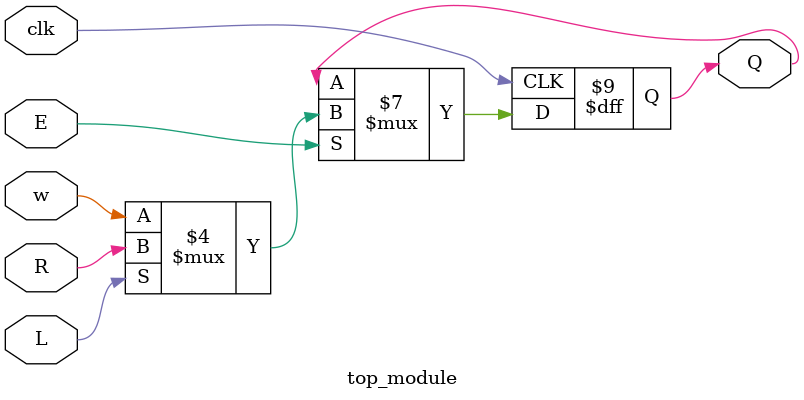
<source format=sv>
module top_module (
    input clk,
    input w,
    input R,
    input E,
    input L,
    output reg Q
);

    always @(posedge clk) begin
        if (~E)
            Q <= Q;
        else if (L)
            Q <= R;
        else
            Q <= w;
    end

endmodule

</source>
